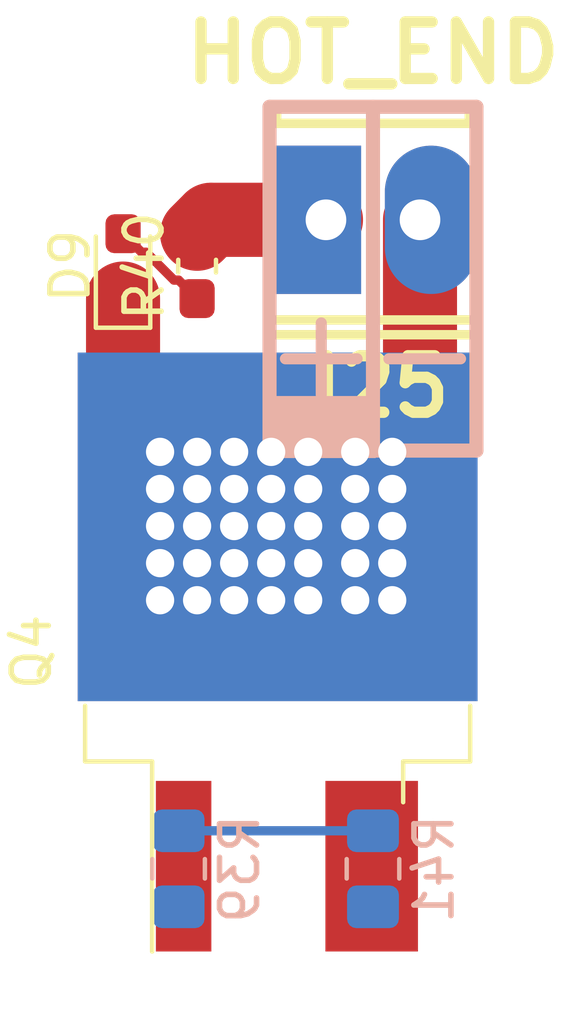
<source format=kicad_pcb>
(kicad_pcb (version 20171130) (host pcbnew 5.0.2-bee76a0~70~ubuntu18.04.1)

  (general
    (thickness 1.6)
    (drawings 0)
    (tracks 12)
    (zones 0)
    (modules 6)
    (nets 7)
  )

  (page A4)
  (layers
    (0 F.Cu signal)
    (31 B.Cu signal)
    (32 B.Adhes user)
    (33 F.Adhes user)
    (34 B.Paste user)
    (35 F.Paste user)
    (36 B.SilkS user)
    (37 F.SilkS user)
    (38 B.Mask user)
    (39 F.Mask user)
    (40 Dwgs.User user)
    (41 Cmts.User user)
    (42 Eco1.User user)
    (43 Eco2.User user)
    (44 Edge.Cuts user)
    (45 Margin user)
    (46 B.CrtYd user)
    (47 F.CrtYd user)
    (48 B.Fab user)
    (49 F.Fab user)
  )

  (setup
    (last_trace_width 0.25)
    (trace_clearance 0.2)
    (zone_clearance 0.508)
    (zone_45_only no)
    (trace_min 0.2)
    (segment_width 0.2)
    (edge_width 0.1)
    (via_size 0.8)
    (via_drill 0.4)
    (via_min_size 0.4)
    (via_min_drill 0.3)
    (uvia_size 0.3)
    (uvia_drill 0.1)
    (uvias_allowed no)
    (uvia_min_size 0.2)
    (uvia_min_drill 0.1)
    (pcb_text_width 0.3)
    (pcb_text_size 1.5 1.5)
    (mod_edge_width 0.15)
    (mod_text_size 1 1)
    (mod_text_width 0.15)
    (pad_size 1.5 1.5)
    (pad_drill 0.6)
    (pad_to_mask_clearance 0)
    (solder_mask_min_width 0.25)
    (aux_axis_origin 0 0)
    (visible_elements FFFFEF7F)
    (pcbplotparams
      (layerselection 0x010fc_ffffffff)
      (usegerberextensions false)
      (usegerberattributes false)
      (usegerberadvancedattributes false)
      (creategerberjobfile false)
      (excludeedgelayer true)
      (linewidth 0.100000)
      (plotframeref false)
      (viasonmask false)
      (mode 1)
      (useauxorigin false)
      (hpglpennumber 1)
      (hpglpenspeed 20)
      (hpglpendiameter 15.000000)
      (psnegative false)
      (psa4output false)
      (plotreference true)
      (plotvalue true)
      (plotinvisibletext false)
      (padsonsilk false)
      (subtractmaskfromsilk false)
      (outputformat 1)
      (mirror false)
      (drillshape 1)
      (scaleselection 1)
      (outputdirectory ""))
  )

  (net 0 "")
  (net 1 +12V)
  (net 2 "Net-(Q4-Pad1)")
  (net 3 /HOTEND_EN)
  (net 4 GND)
  (net 5 "Net-(D9-Pad2)")
  (net 6 /-12V)

  (net_class Default "This is the default net class."
    (clearance 0.2)
    (trace_width 0.25)
    (via_dia 0.8)
    (via_drill 0.4)
    (uvia_dia 0.3)
    (uvia_drill 0.1)
    (add_net /HOTEND_EN)
    (add_net "Net-(D9-Pad2)")
    (add_net "Net-(Q4-Pad1)")
  )

  (net_class +12V_HC ""
    (clearance 0.2)
    (trace_width 2)
    (via_dia 0.8)
    (via_drill 0.4)
    (uvia_dia 0.3)
    (uvia_drill 0.1)
    (add_net +12V)
    (add_net /-12V)
  )

  (net_class GND ""
    (clearance 0.2)
    (trace_width 2)
    (via_dia 0.8)
    (via_drill 0.4)
    (uvia_dia 0.3)
    (uvia_drill 0.1)
    (add_net GND)
  )

  (module footprint-lib:TO-263-2,drill_array (layer F.Cu) (tedit 5CC5BA9A) (tstamp 5CC2B1DA)
    (at 8.175 18.655 90)
    (descr "TO-263 / D2PAK / DDPAK SMD package, http://www.infineon.com/cms/en/product/packages/PG-TO263/PG-TO263-3-1/")
    (tags "D2PAK DDPAK TO-263 D2PAK-3 TO-263-3 SOT-404")
    (path /5CC19EBC)
    (attr smd)
    (fp_text reference Q4 (at 0 -6.65 90) (layer F.SilkS)
      (effects (font (size 1 1) (thickness 0.15)))
    )
    (fp_text value WSK220N04 (at 0 6.65 90) (layer F.Fab)
      (effects (font (size 1 1) (thickness 0.15)))
    )
    (fp_text user %R (at 0 0 90) (layer F.Fab)
      (effects (font (size 1 1) (thickness 0.15)))
    )
    (fp_line (start 8.32 -5.65) (end -8.32 -5.65) (layer F.CrtYd) (width 0.05))
    (fp_line (start 8.32 5.65) (end 8.32 -5.65) (layer F.CrtYd) (width 0.05))
    (fp_line (start -8.32 5.65) (end 8.32 5.65) (layer F.CrtYd) (width 0.05))
    (fp_line (start -8.32 -5.65) (end -8.32 5.65) (layer F.CrtYd) (width 0.05))
    (fp_line (start -2.95 3.39) (end -4.05 3.39) (layer F.SilkS) (width 0.12))
    (fp_line (start -2.95 5.2) (end -2.95 3.39) (layer F.SilkS) (width 0.12))
    (fp_line (start -1.45 5.2) (end -2.95 5.2) (layer F.SilkS) (width 0.12))
    (fp_line (start -2.95 -3.39) (end -8.075 -3.39) (layer F.SilkS) (width 0.12))
    (fp_line (start -2.95 -5.2) (end -2.95 -3.39) (layer F.SilkS) (width 0.12))
    (fp_line (start -1.45 -5.2) (end -2.95 -5.2) (layer F.SilkS) (width 0.12))
    (fp_line (start -7.45 3.04) (end -2.75 3.04) (layer F.Fab) (width 0.1))
    (fp_line (start -7.45 2.04) (end -7.45 3.04) (layer F.Fab) (width 0.1))
    (fp_line (start -2.75 2.04) (end -7.45 2.04) (layer F.Fab) (width 0.1))
    (fp_line (start -7.45 -2.04) (end -2.75 -2.04) (layer F.Fab) (width 0.1))
    (fp_line (start -7.45 -3.04) (end -7.45 -2.04) (layer F.Fab) (width 0.1))
    (fp_line (start -2.75 -3.04) (end -7.45 -3.04) (layer F.Fab) (width 0.1))
    (fp_line (start -1.75 -5) (end 6.5 -5) (layer F.Fab) (width 0.1))
    (fp_line (start -2.75 -4) (end -1.75 -5) (layer F.Fab) (width 0.1))
    (fp_line (start -2.75 5) (end -2.75 -4) (layer F.Fab) (width 0.1))
    (fp_line (start 6.5 5) (end -2.75 5) (layer F.Fab) (width 0.1))
    (fp_line (start 6.5 -5) (end 6.5 5) (layer F.Fab) (width 0.1))
    (fp_line (start 7.5 5) (end 6.5 5) (layer F.Fab) (width 0.1))
    (fp_line (start 7.5 -5) (end 7.5 5) (layer F.Fab) (width 0.1))
    (fp_line (start 6.5 -5) (end 7.5 -5) (layer F.Fab) (width 0.1))
    (pad 2 thru_hole circle (at 5.397 3.095 90) (size 1.524 1.524) (drill 0.762) (layers *.Cu *.Mask)
      (net 6 /-12V))
    (pad 2 thru_hole circle (at 4.397 3.095 90) (size 1.524 1.524) (drill 0.762) (layers *.Cu *.Mask)
      (net 6 /-12V))
    (pad 2 thru_hole circle (at 3.397 3.095 90) (size 1.524 1.524) (drill 0.762) (layers *.Cu *.Mask)
      (net 6 /-12V))
    (pad 2 thru_hole circle (at 2.397 3.095 90) (size 1.524 1.524) (drill 0.762) (layers *.Cu *.Mask)
      (net 6 /-12V))
    (pad 2 thru_hole circle (at 1.397 3.095 90) (size 1.524 1.524) (drill 0.762) (layers *.Cu *.Mask)
      (net 6 /-12V))
    (pad 2 thru_hole circle (at 5.397 2.095 90) (size 1.524 1.524) (drill 0.762) (layers *.Cu *.Mask)
      (net 6 /-12V))
    (pad 2 thru_hole circle (at 4.397 2.095 90) (size 1.524 1.524) (drill 0.762) (layers *.Cu *.Mask)
      (net 6 /-12V))
    (pad 2 thru_hole circle (at 3.397 2.095 90) (size 1.524 1.524) (drill 0.762) (layers *.Cu *.Mask)
      (net 6 /-12V))
    (pad 2 thru_hole circle (at 2.397 2.095 90) (size 1.524 1.524) (drill 0.762) (layers *.Cu *.Mask)
      (net 6 /-12V))
    (pad 2 thru_hole circle (at 1.397 2.095 90) (size 1.524 1.524) (drill 0.762) (layers *.Cu *.Mask)
      (net 6 /-12V))
    (pad 2 thru_hole circle (at 5.397 0.825 90) (size 1.524 1.524) (drill 0.762) (layers *.Cu *.Mask)
      (net 6 /-12V))
    (pad 2 thru_hole circle (at 4.397 0.825 90) (size 1.524 1.524) (drill 0.762) (layers *.Cu *.Mask)
      (net 6 /-12V))
    (pad 2 thru_hole circle (at 3.397 0.825 90) (size 1.524 1.524) (drill 0.762) (layers *.Cu *.Mask)
      (net 6 /-12V))
    (pad 2 thru_hole circle (at 2.397 0.825 90) (size 1.524 1.524) (drill 0.762) (layers *.Cu *.Mask)
      (net 6 /-12V))
    (pad 2 thru_hole circle (at 1.397 0.825 90) (size 1.524 1.524) (drill 0.762) (layers *.Cu *.Mask)
      (net 6 /-12V))
    (pad 2 thru_hole circle (at 5.397 -0.175 90) (size 1.524 1.524) (drill 0.762) (layers *.Cu *.Mask)
      (net 6 /-12V))
    (pad 2 thru_hole circle (at 4.397 -0.175 90) (size 1.524 1.524) (drill 0.762) (layers *.Cu *.Mask)
      (net 6 /-12V))
    (pad 2 thru_hole circle (at 3.397 -0.175 90) (size 1.524 1.524) (drill 0.762) (layers *.Cu *.Mask)
      (net 6 /-12V))
    (pad 2 thru_hole circle (at 2.397 -0.175 90) (size 1.524 1.524) (drill 0.762) (layers *.Cu *.Mask)
      (net 6 /-12V))
    (pad 2 thru_hole circle (at 1.397 -0.175 90) (size 1.524 1.524) (drill 0.762) (layers *.Cu *.Mask)
      (net 6 /-12V))
    (pad 2 thru_hole circle (at 5.397 -1.175 90) (size 1.524 1.524) (drill 0.762) (layers *.Cu *.Mask)
      (net 6 /-12V))
    (pad 2 thru_hole circle (at 4.397 -1.175 90) (size 1.524 1.524) (drill 0.762) (layers *.Cu *.Mask)
      (net 6 /-12V))
    (pad 2 thru_hole circle (at 3.397 -1.175 90) (size 1.524 1.524) (drill 0.762) (layers *.Cu *.Mask)
      (net 6 /-12V))
    (pad 2 thru_hole circle (at 2.397 -1.175 90) (size 1.524 1.524) (drill 0.762) (layers *.Cu *.Mask)
      (net 6 /-12V))
    (pad 2 thru_hole circle (at 1.397 -1.175 90) (size 1.524 1.524) (drill 0.762) (layers *.Cu *.Mask)
      (net 6 /-12V))
    (pad 2 thru_hole circle (at 5.397 -2.175 90) (size 1.524 1.524) (drill 0.762) (layers *.Cu *.Mask)
      (net 6 /-12V))
    (pad 2 thru_hole circle (at 4.397 -2.175 90) (size 1.524 1.524) (drill 0.762) (layers *.Cu *.Mask)
      (net 6 /-12V))
    (pad 2 thru_hole circle (at 3.397 -2.175 90) (size 1.524 1.524) (drill 0.762) (layers *.Cu *.Mask)
      (net 6 /-12V))
    (pad 2 thru_hole circle (at 2.397 -2.175 90) (size 1.524 1.524) (drill 0.762) (layers *.Cu *.Mask)
      (net 6 /-12V))
    (pad 2 thru_hole circle (at 1.397 -2.175 90) (size 1.524 1.524) (drill 0.762) (layers *.Cu *.Mask)
      (net 6 /-12V))
    (pad 2 thru_hole circle (at 5.397 -3.175 90) (size 1.524 1.524) (drill 0.762) (layers *.Cu *.Mask)
      (net 6 /-12V))
    (pad 2 thru_hole circle (at 4.397 -3.175 90) (size 1.524 1.524) (drill 0.762) (layers *.Cu *.Mask)
      (net 6 /-12V))
    (pad 2 thru_hole circle (at 3.397 -3.175 90) (size 1.524 1.524) (drill 0.762) (layers *.Cu *.Mask)
      (net 6 /-12V))
    (pad 2 thru_hole circle (at 2.397 -3.175 90) (size 1.524 1.524) (drill 0.762) (layers *.Cu *.Mask)
      (net 6 /-12V))
    (pad 2 thru_hole circle (at 1.397 -3.175 90) (size 1.524 1.524) (drill 0.762) (layers *.Cu *.Mask)
      (net 6 /-12V))
    (pad "" smd rect (at 0.95 2.775 90) (size 4.55 5.25) (layers F.Paste))
    (pad "" smd rect (at 5.8 -2.775 90) (size 4.55 5.25) (layers F.Paste))
    (pad "" smd rect (at 0.95 -2.775 90) (size 4.55 5.25) (layers F.Paste))
    (pad "" smd rect (at 5.8 2.775 90) (size 4.55 5.25) (layers F.Paste))
    (pad 2 smd rect (at 3.375 0 90) (size 9.4 10.8) (layers F.Cu F.Mask)
      (net 6 /-12V))
    (pad 3 smd rect (at -5.775 2.54 90) (size 4.6 2.5) (layers F.Cu F.Paste F.Mask)
      (net 4 GND))
    (pad 1 smd rect (at -5.775 -2.54 90) (size 4.6 1.5) (layers F.Cu F.Paste F.Mask)
      (net 2 "Net-(Q4-Pad1)"))
    (pad 2 smd rect (at 3.375 0 90) (size 9.4 10.8) (layers B.Cu F.Mask)
      (net 6 /-12V))
    (model ${KISYS3DMOD}/Package_TO_SOT_SMD.3dshapes/TO-263-2.wrl
      (at (xyz 0 0 0))
      (scale (xyz 1 1 1))
      (rotate (xyz 0 0 0))
    )
  )

  (module footprint-lib:mpt_0,5%2f2-2,54,heatbed (layer F.Cu) (tedit 5CC1F5F6) (tstamp 5CC2B183)
    (at 10.75 7 180)
    (descr "2-way 2.54mm pitch terminal block, Phoenix MPT series")
    (path /5CC2240E)
    (fp_text reference J25 (at 0 -4.50088 180) (layer F.SilkS)
      (effects (font (size 1.524 1.524) (thickness 0.3048)))
    )
    (fp_text value HOT_END (at 0 4.50088 180) (layer F.SilkS)
      (effects (font (size 1.524 1.524) (thickness 0.3048)))
    )
    (fp_text user - (at -1.397 -3.556 180) (layer B.SilkS)
      (effects (font (size 2.54 2.54) (thickness 0.3)) (justify mirror))
    )
    (fp_text user + (at 1.397 -3.556 180) (layer B.SilkS)
      (effects (font (size 2.54 2.54) (thickness 0.3)) (justify mirror))
    )
    (fp_poly (pts (xy 0 -6.35) (xy 0 -4.826) (xy 2.794 -4.826) (xy 2.794 -6.35)) (layer B.SilkS) (width 0.15))
    (fp_line (start 0 -6.223) (end 0 3.048) (layer B.SilkS) (width 0.381))
    (fp_line (start 2.794 -6.223) (end -2.794 -6.223) (layer B.SilkS) (width 0.381))
    (fp_line (start 2.794 3.048) (end 2.794 -6.223) (layer B.SilkS) (width 0.381))
    (fp_line (start -2.794 3.048) (end 2.794 3.048) (layer B.SilkS) (width 0.381))
    (fp_line (start -2.794 -6.223) (end -2.794 3.048) (layer B.SilkS) (width 0.381))
    (fp_line (start -2.79908 -3.0988) (end -2.79908 3.0988) (layer F.SilkS) (width 0.254))
    (fp_line (start 2.79908 -3.0988) (end -2.79908 -3.0988) (layer F.SilkS) (width 0.254))
    (fp_line (start 2.79908 3.0988) (end 2.79908 -3.0988) (layer F.SilkS) (width 0.254))
    (fp_line (start -2.79908 3.0988) (end 2.79908 3.0988) (layer F.SilkS) (width 0.254))
    (fp_line (start -2.79908 -2.70002) (end 2.79908 -2.70002) (layer F.SilkS) (width 0.254))
    (fp_line (start 0 3.0988) (end 0 2.60096) (layer F.SilkS) (width 0.254))
    (fp_line (start 2.60096 2.60096) (end 2.60096 3.0988) (layer F.SilkS) (width 0.254))
    (fp_line (start -2.60096 3.0988) (end -2.60096 2.60096) (layer F.SilkS) (width 0.254))
    (fp_line (start 2.79908 2.60096) (end -2.79908 2.60096) (layer F.SilkS) (width 0.254))
    (pad 1 thru_hole rect (at 1.27 0 180) (size 2.5 3.99898) (drill 1.09728 (offset 0.3 0)) (layers *.Cu *.Mask)
      (net 1 +12V))
    (pad 2 thru_hole oval (at -1.27 0 180) (size 2.5 3.99898) (drill 1.09728 (offset -0.3 0)) (layers *.Cu *.Mask)
      (net 6 /-12V))
    (model ${HOME}/_workspace/kicad/kicad_library/smisioto-footprints/modules/packages3d/walter/conn_mpt/mpt_0,5-2-2,54.wrl
      (at (xyz 0 0 0))
      (scale (xyz 1 1 1))
      (rotate (xyz 0 0 0))
    )
  )

  (module LED_SMD:LED_0603_1608Metric_Pad1.05x0.95mm_HandSolder (layer F.Cu) (tedit 5B4B45C9) (tstamp 5CC2B1ED)
    (at 4 8.25 90)
    (descr "LED SMD 0603 (1608 Metric), square (rectangular) end terminal, IPC_7351 nominal, (Body size source: http://www.tortai-tech.com/upload/download/2011102023233369053.pdf), generated with kicad-footprint-generator")
    (tags "LED handsolder")
    (path /5CC19EE3)
    (attr smd)
    (fp_text reference D9 (at 0 -1.43 90) (layer F.SilkS)
      (effects (font (size 1 1) (thickness 0.15)))
    )
    (fp_text value LED_RED,0603 (at 0 1.43 90) (layer F.Fab)
      (effects (font (size 1 1) (thickness 0.15)))
    )
    (fp_line (start 0.8 -0.4) (end -0.5 -0.4) (layer F.Fab) (width 0.1))
    (fp_line (start -0.5 -0.4) (end -0.8 -0.1) (layer F.Fab) (width 0.1))
    (fp_line (start -0.8 -0.1) (end -0.8 0.4) (layer F.Fab) (width 0.1))
    (fp_line (start -0.8 0.4) (end 0.8 0.4) (layer F.Fab) (width 0.1))
    (fp_line (start 0.8 0.4) (end 0.8 -0.4) (layer F.Fab) (width 0.1))
    (fp_line (start 0.8 -0.735) (end -1.66 -0.735) (layer F.SilkS) (width 0.12))
    (fp_line (start -1.66 -0.735) (end -1.66 0.735) (layer F.SilkS) (width 0.12))
    (fp_line (start -1.66 0.735) (end 0.8 0.735) (layer F.SilkS) (width 0.12))
    (fp_line (start -1.65 0.73) (end -1.65 -0.73) (layer F.CrtYd) (width 0.05))
    (fp_line (start -1.65 -0.73) (end 1.65 -0.73) (layer F.CrtYd) (width 0.05))
    (fp_line (start 1.65 -0.73) (end 1.65 0.73) (layer F.CrtYd) (width 0.05))
    (fp_line (start 1.65 0.73) (end -1.65 0.73) (layer F.CrtYd) (width 0.05))
    (fp_text user %R (at 0 0 90) (layer F.Fab)
      (effects (font (size 0.4 0.4) (thickness 0.06)))
    )
    (pad 1 smd roundrect (at -0.875 0 90) (size 1.05 0.95) (layers F.Cu F.Paste F.Mask) (roundrect_rratio 0.25)
      (net 6 /-12V))
    (pad 2 smd roundrect (at 0.875 0 90) (size 1.05 0.95) (layers F.Cu F.Paste F.Mask) (roundrect_rratio 0.25)
      (net 5 "Net-(D9-Pad2)"))
    (model ${KISYS3DMOD}/LED_SMD.3dshapes/LED_0603_1608Metric.wrl
      (at (xyz 0 0 0))
      (scale (xyz 1 1 1))
      (rotate (xyz 0 0 0))
    )
  )

  (module Resistor_SMD:R_0603_1608Metric_Pad1.05x0.95mm_HandSolder (layer F.Cu) (tedit 5B301BBD) (tstamp 5CC2B1B6)
    (at 6 8.25 90)
    (descr "Resistor SMD 0603 (1608 Metric), square (rectangular) end terminal, IPC_7351 nominal with elongated pad for handsoldering. (Body size source: http://www.tortai-tech.com/upload/download/2011102023233369053.pdf), generated with kicad-footprint-generator")
    (tags "resistor handsolder")
    (path /5CC22413)
    (attr smd)
    (fp_text reference R40 (at 0 -1.43 90) (layer F.SilkS)
      (effects (font (size 1 1) (thickness 0.15)))
    )
    (fp_text value R182,0603 (at 0 1.43 90) (layer F.Fab)
      (effects (font (size 1 1) (thickness 0.15)))
    )
    (fp_line (start -0.8 0.4) (end -0.8 -0.4) (layer F.Fab) (width 0.1))
    (fp_line (start -0.8 -0.4) (end 0.8 -0.4) (layer F.Fab) (width 0.1))
    (fp_line (start 0.8 -0.4) (end 0.8 0.4) (layer F.Fab) (width 0.1))
    (fp_line (start 0.8 0.4) (end -0.8 0.4) (layer F.Fab) (width 0.1))
    (fp_line (start -0.171267 -0.51) (end 0.171267 -0.51) (layer F.SilkS) (width 0.12))
    (fp_line (start -0.171267 0.51) (end 0.171267 0.51) (layer F.SilkS) (width 0.12))
    (fp_line (start -1.65 0.73) (end -1.65 -0.73) (layer F.CrtYd) (width 0.05))
    (fp_line (start -1.65 -0.73) (end 1.65 -0.73) (layer F.CrtYd) (width 0.05))
    (fp_line (start 1.65 -0.73) (end 1.65 0.73) (layer F.CrtYd) (width 0.05))
    (fp_line (start 1.65 0.73) (end -1.65 0.73) (layer F.CrtYd) (width 0.05))
    (fp_text user %R (at 0 0 90) (layer F.Fab)
      (effects (font (size 0.4 0.4) (thickness 0.06)))
    )
    (pad 1 smd roundrect (at -0.875 0 90) (size 1.05 0.95) (layers F.Cu F.Paste F.Mask) (roundrect_rratio 0.25)
      (net 5 "Net-(D9-Pad2)"))
    (pad 2 smd roundrect (at 0.875 0 90) (size 1.05 0.95) (layers F.Cu F.Paste F.Mask) (roundrect_rratio 0.25)
      (net 1 +12V))
    (model ${KISYS3DMOD}/Resistor_SMD.3dshapes/R_0603_1608Metric.wrl
      (at (xyz 0 0 0))
      (scale (xyz 1 1 1))
      (rotate (xyz 0 0 0))
    )
  )

  (module Resistor_SMD:R_0805_2012Metric_Pad1.15x1.40mm_HandSolder (layer B.Cu) (tedit 5B36C52B) (tstamp 5CC2B1A5)
    (at 10.75 24.5 90)
    (descr "Resistor SMD 0805 (2012 Metric), square (rectangular) end terminal, IPC_7351 nominal with elongated pad for handsoldering. (Body size source: https://docs.google.com/spreadsheets/d/1BsfQQcO9C6DZCsRaXUlFlo91Tg2WpOkGARC1WS5S8t0/edit?usp=sharing), generated with kicad-footprint-generator")
    (tags "resistor handsolder")
    (path /5CC19ECA)
    (attr smd)
    (fp_text reference R41 (at 0 1.65 90) (layer B.SilkS)
      (effects (font (size 1 1) (thickness 0.15)) (justify mirror))
    )
    (fp_text value R104,0805 (at 0 -1.65 90) (layer B.Fab)
      (effects (font (size 1 1) (thickness 0.15)) (justify mirror))
    )
    (fp_text user %R (at 0 0 90) (layer B.Fab)
      (effects (font (size 0.5 0.5) (thickness 0.08)) (justify mirror))
    )
    (fp_line (start 1.85 -0.95) (end -1.85 -0.95) (layer B.CrtYd) (width 0.05))
    (fp_line (start 1.85 0.95) (end 1.85 -0.95) (layer B.CrtYd) (width 0.05))
    (fp_line (start -1.85 0.95) (end 1.85 0.95) (layer B.CrtYd) (width 0.05))
    (fp_line (start -1.85 -0.95) (end -1.85 0.95) (layer B.CrtYd) (width 0.05))
    (fp_line (start -0.261252 -0.71) (end 0.261252 -0.71) (layer B.SilkS) (width 0.12))
    (fp_line (start -0.261252 0.71) (end 0.261252 0.71) (layer B.SilkS) (width 0.12))
    (fp_line (start 1 -0.6) (end -1 -0.6) (layer B.Fab) (width 0.1))
    (fp_line (start 1 0.6) (end 1 -0.6) (layer B.Fab) (width 0.1))
    (fp_line (start -1 0.6) (end 1 0.6) (layer B.Fab) (width 0.1))
    (fp_line (start -1 -0.6) (end -1 0.6) (layer B.Fab) (width 0.1))
    (pad 2 smd roundrect (at 1.025 0 90) (size 1.15 1.4) (layers B.Cu B.Paste B.Mask) (roundrect_rratio 0.217391)
      (net 3 /HOTEND_EN))
    (pad 1 smd roundrect (at -1.025 0 90) (size 1.15 1.4) (layers B.Cu B.Paste B.Mask) (roundrect_rratio 0.217391)
      (net 4 GND))
    (model ${KISYS3DMOD}/Resistor_SMD.3dshapes/R_0805_2012Metric.wrl
      (at (xyz 0 0 0))
      (scale (xyz 1 1 1))
      (rotate (xyz 0 0 0))
    )
  )

  (module Resistor_SMD:R_0805_2012Metric_Pad1.15x1.40mm_HandSolder (layer B.Cu) (tedit 5B36C52B) (tstamp 5CC2B194)
    (at 5.5 24.5 90)
    (descr "Resistor SMD 0805 (2012 Metric), square (rectangular) end terminal, IPC_7351 nominal with elongated pad for handsoldering. (Body size source: https://docs.google.com/spreadsheets/d/1BsfQQcO9C6DZCsRaXUlFlo91Tg2WpOkGARC1WS5S8t0/edit?usp=sharing), generated with kicad-footprint-generator")
    (tags "resistor handsolder")
    (path /5CC22410)
    (attr smd)
    (fp_text reference R39 (at 0 1.65 90) (layer B.SilkS)
      (effects (font (size 1 1) (thickness 0.15)) (justify mirror))
    )
    (fp_text value R100,0805 (at 0 -1.65 90) (layer B.Fab)
      (effects (font (size 1 1) (thickness 0.15)) (justify mirror))
    )
    (fp_line (start -1 -0.6) (end -1 0.6) (layer B.Fab) (width 0.1))
    (fp_line (start -1 0.6) (end 1 0.6) (layer B.Fab) (width 0.1))
    (fp_line (start 1 0.6) (end 1 -0.6) (layer B.Fab) (width 0.1))
    (fp_line (start 1 -0.6) (end -1 -0.6) (layer B.Fab) (width 0.1))
    (fp_line (start -0.261252 0.71) (end 0.261252 0.71) (layer B.SilkS) (width 0.12))
    (fp_line (start -0.261252 -0.71) (end 0.261252 -0.71) (layer B.SilkS) (width 0.12))
    (fp_line (start -1.85 -0.95) (end -1.85 0.95) (layer B.CrtYd) (width 0.05))
    (fp_line (start -1.85 0.95) (end 1.85 0.95) (layer B.CrtYd) (width 0.05))
    (fp_line (start 1.85 0.95) (end 1.85 -0.95) (layer B.CrtYd) (width 0.05))
    (fp_line (start 1.85 -0.95) (end -1.85 -0.95) (layer B.CrtYd) (width 0.05))
    (fp_text user %R (at 0 0 90) (layer B.Fab)
      (effects (font (size 0.5 0.5) (thickness 0.08)) (justify mirror))
    )
    (pad 1 smd roundrect (at -1.025 0 90) (size 1.15 1.4) (layers B.Cu B.Paste B.Mask) (roundrect_rratio 0.217391)
      (net 2 "Net-(Q4-Pad1)"))
    (pad 2 smd roundrect (at 1.025 0 90) (size 1.15 1.4) (layers B.Cu B.Paste B.Mask) (roundrect_rratio 0.217391)
      (net 3 /HOTEND_EN))
    (model ${KISYS3DMOD}/Resistor_SMD.3dshapes/R_0805_2012Metric.wrl
      (at (xyz 0 0 0))
      (scale (xyz 1 1 1))
      (rotate (xyz 0 0 0))
    )
  )

  (segment (start 6.375 7) (end 6 7.375) (width 2) (layer F.Cu) (net 1) (status 1000000))
  (segment (start 9.48 7) (end 6.375 7) (width 2) (layer F.Cu) (net 1) (status 1000010))
  (segment (start 5.5 23.475) (end 10.75 23.475) (width 0.25) (layer B.Cu) (net 3) (status 30))
  (segment (start 5.374776 8.625928) (end 5.500928 8.625928) (width 0.25) (layer F.Cu) (net 5))
  (segment (start 5.500928 8.625928) (end 6 9.125) (width 0.25) (layer F.Cu) (net 5))
  (segment (start 4.62292 7.874072) (end 5.374776 8.625928) (width 0.25) (layer F.Cu) (net 5))
  (segment (start 4.499072 7.874072) (end 4.62292 7.874072) (width 0.25) (layer F.Cu) (net 5))
  (segment (start 4 7.375) (end 4.499072 7.874072) (width 0.25) (layer F.Cu) (net 5))
  (segment (start 12.02 12.238) (end 8.529313 15.728687) (width 2) (layer F.Cu) (net 6) (status 30))
  (segment (start 12.02 7) (end 12.02 12.238) (width 2) (layer F.Cu) (net 6) (status 30))
  (segment (start 4 11.105) (end 4 9.125) (width 2) (layer F.Cu) (net 6))
  (segment (start 8.175 15.28) (end 4 11.105) (width 2) (layer F.Cu) (net 6))

)

</source>
